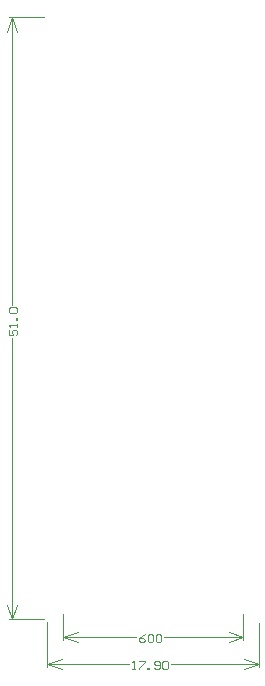
<source format=gm1>
%FSLAX44Y44*%
%MOMM*%
G71*
G01*
G75*
G04 Layer_Color=16711935*
G04:AMPARAMS|DCode=10|XSize=0.6mm|YSize=0.5mm|CornerRadius=0.05mm|HoleSize=0mm|Usage=FLASHONLY|Rotation=90.000|XOffset=0mm|YOffset=0mm|HoleType=Round|Shape=RoundedRectangle|*
%AMROUNDEDRECTD10*
21,1,0.6000,0.4000,0,0,90.0*
21,1,0.5000,0.5000,0,0,90.0*
1,1,0.1000,0.2000,0.2500*
1,1,0.1000,0.2000,-0.2500*
1,1,0.1000,-0.2000,-0.2500*
1,1,0.1000,-0.2000,0.2500*
%
%ADD10ROUNDEDRECTD10*%
G04:AMPARAMS|DCode=11|XSize=0.4mm|YSize=0.37mm|CornerRadius=0.037mm|HoleSize=0mm|Usage=FLASHONLY|Rotation=90.000|XOffset=0mm|YOffset=0mm|HoleType=Round|Shape=RoundedRectangle|*
%AMROUNDEDRECTD11*
21,1,0.4000,0.2960,0,0,90.0*
21,1,0.3260,0.3700,0,0,90.0*
1,1,0.0740,0.1480,0.1630*
1,1,0.0740,0.1480,-0.1630*
1,1,0.0740,-0.1480,-0.1630*
1,1,0.0740,-0.1480,0.1630*
%
%ADD11ROUNDEDRECTD11*%
G04:AMPARAMS|DCode=12|XSize=0.4mm|YSize=0.37mm|CornerRadius=0.037mm|HoleSize=0mm|Usage=FLASHONLY|Rotation=180.000|XOffset=0mm|YOffset=0mm|HoleType=Round|Shape=RoundedRectangle|*
%AMROUNDEDRECTD12*
21,1,0.4000,0.2960,0,0,180.0*
21,1,0.3260,0.3700,0,0,180.0*
1,1,0.0740,-0.1630,0.1480*
1,1,0.0740,0.1630,0.1480*
1,1,0.0740,0.1630,-0.1480*
1,1,0.0740,-0.1630,-0.1480*
%
%ADD12ROUNDEDRECTD12*%
G04:AMPARAMS|DCode=13|XSize=0.76mm|YSize=0.27mm|CornerRadius=0.027mm|HoleSize=0mm|Usage=FLASHONLY|Rotation=90.000|XOffset=0mm|YOffset=0mm|HoleType=Round|Shape=RoundedRectangle|*
%AMROUNDEDRECTD13*
21,1,0.7600,0.2160,0,0,90.0*
21,1,0.7060,0.2700,0,0,90.0*
1,1,0.0540,0.1080,0.3530*
1,1,0.0540,0.1080,-0.3530*
1,1,0.0540,-0.1080,-0.3530*
1,1,0.0540,-0.1080,0.3530*
%
%ADD13ROUNDEDRECTD13*%
G04:AMPARAMS|DCode=14|XSize=0.76mm|YSize=0.27mm|CornerRadius=0.027mm|HoleSize=0mm|Usage=FLASHONLY|Rotation=180.000|XOffset=0mm|YOffset=0mm|HoleType=Round|Shape=RoundedRectangle|*
%AMROUNDEDRECTD14*
21,1,0.7600,0.2160,0,0,180.0*
21,1,0.7060,0.2700,0,0,180.0*
1,1,0.0540,-0.3530,0.1080*
1,1,0.0540,0.3530,0.1080*
1,1,0.0540,0.3530,-0.1080*
1,1,0.0540,-0.3530,-0.1080*
%
%ADD14ROUNDEDRECTD14*%
G04:AMPARAMS|DCode=15|XSize=3.79mm|YSize=1.2mm|CornerRadius=0.3mm|HoleSize=0mm|Usage=FLASHONLY|Rotation=270.000|XOffset=0mm|YOffset=0mm|HoleType=Round|Shape=RoundedRectangle|*
%AMROUNDEDRECTD15*
21,1,3.7900,0.6000,0,0,270.0*
21,1,3.1900,1.2000,0,0,270.0*
1,1,0.6000,-0.3000,-1.5950*
1,1,0.6000,-0.3000,1.5950*
1,1,0.6000,0.3000,1.5950*
1,1,0.6000,0.3000,-1.5950*
%
%ADD15ROUNDEDRECTD15*%
G04:AMPARAMS|DCode=16|XSize=0.6mm|YSize=1.25mm|CornerRadius=0.15mm|HoleSize=0mm|Usage=FLASHONLY|Rotation=0.000|XOffset=0mm|YOffset=0mm|HoleType=Round|Shape=RoundedRectangle|*
%AMROUNDEDRECTD16*
21,1,0.6000,0.9500,0,0,0.0*
21,1,0.3000,1.2500,0,0,0.0*
1,1,0.3000,0.1500,-0.4750*
1,1,0.3000,-0.1500,-0.4750*
1,1,0.3000,-0.1500,0.4750*
1,1,0.3000,0.1500,0.4750*
%
%ADD16ROUNDEDRECTD16*%
G04:AMPARAMS|DCode=17|XSize=1.45mm|YSize=1.4mm|CornerRadius=0.35mm|HoleSize=0mm|Usage=FLASHONLY|Rotation=0.000|XOffset=0mm|YOffset=0mm|HoleType=Round|Shape=RoundedRectangle|*
%AMROUNDEDRECTD17*
21,1,1.4500,0.7000,0,0,0.0*
21,1,0.7500,1.4000,0,0,0.0*
1,1,0.7000,0.3750,-0.3500*
1,1,0.7000,-0.3750,-0.3500*
1,1,0.7000,-0.3750,0.3500*
1,1,0.7000,0.3750,0.3500*
%
%ADD17ROUNDEDRECTD17*%
G04:AMPARAMS|DCode=18|XSize=1mm|YSize=0.6mm|CornerRadius=0.15mm|HoleSize=0mm|Usage=FLASHONLY|Rotation=180.000|XOffset=0mm|YOffset=0mm|HoleType=Round|Shape=RoundedRectangle|*
%AMROUNDEDRECTD18*
21,1,1.0000,0.3000,0,0,180.0*
21,1,0.7000,0.6000,0,0,180.0*
1,1,0.3000,-0.3500,0.1500*
1,1,0.3000,0.3500,0.1500*
1,1,0.3000,0.3500,-0.1500*
1,1,0.3000,-0.3500,-0.1500*
%
%ADD18ROUNDEDRECTD18*%
G04:AMPARAMS|DCode=19|XSize=0.95mm|YSize=0.85mm|CornerRadius=0.2125mm|HoleSize=0mm|Usage=FLASHONLY|Rotation=180.000|XOffset=0mm|YOffset=0mm|HoleType=Round|Shape=RoundedRectangle|*
%AMROUNDEDRECTD19*
21,1,0.9500,0.4250,0,0,180.0*
21,1,0.5250,0.8500,0,0,180.0*
1,1,0.4250,-0.2625,0.2125*
1,1,0.4250,0.2625,0.2125*
1,1,0.4250,0.2625,-0.2125*
1,1,0.4250,-0.2625,-0.2125*
%
%ADD19ROUNDEDRECTD19*%
%ADD20O,0.8000X1.4700*%
G04:AMPARAMS|DCode=21|XSize=0.6mm|YSize=0.5mm|CornerRadius=0.05mm|HoleSize=0mm|Usage=FLASHONLY|Rotation=180.000|XOffset=0mm|YOffset=0mm|HoleType=Round|Shape=RoundedRectangle|*
%AMROUNDEDRECTD21*
21,1,0.6000,0.4000,0,0,180.0*
21,1,0.5000,0.5000,0,0,180.0*
1,1,0.1000,-0.2500,0.2000*
1,1,0.1000,0.2500,0.2000*
1,1,0.1000,0.2500,-0.2000*
1,1,0.1000,-0.2500,-0.2000*
%
%ADD21ROUNDEDRECTD21*%
G04:AMPARAMS|DCode=22|XSize=0.8mm|YSize=0.8mm|CornerRadius=0.12mm|HoleSize=0mm|Usage=FLASHONLY|Rotation=270.000|XOffset=0mm|YOffset=0mm|HoleType=Round|Shape=RoundedRectangle|*
%AMROUNDEDRECTD22*
21,1,0.8000,0.5600,0,0,270.0*
21,1,0.5600,0.8000,0,0,270.0*
1,1,0.2400,-0.2800,-0.2800*
1,1,0.2400,-0.2800,0.2800*
1,1,0.2400,0.2800,0.2800*
1,1,0.2400,0.2800,-0.2800*
%
%ADD22ROUNDEDRECTD22*%
%ADD23O,1.4000X0.6000*%
%ADD24C,0.3500*%
%ADD25R,0.5400X0.7400*%
G04:AMPARAMS|DCode=26|XSize=0.8mm|YSize=0.8mm|CornerRadius=0.12mm|HoleSize=0mm|Usage=FLASHONLY|Rotation=0.000|XOffset=0mm|YOffset=0mm|HoleType=Round|Shape=RoundedRectangle|*
%AMROUNDEDRECTD26*
21,1,0.8000,0.5600,0,0,0.0*
21,1,0.5600,0.8000,0,0,0.0*
1,1,0.2400,0.2800,-0.2800*
1,1,0.2400,-0.2800,-0.2800*
1,1,0.2400,-0.2800,0.2800*
1,1,0.2400,0.2800,0.2800*
%
%ADD26ROUNDEDRECTD26*%
%ADD27R,0.7400X0.5400*%
%ADD28C,0.1000*%
%ADD29C,0.0750*%
%ADD30C,0.1500*%
%ADD31C,0.0751*%
%ADD32C,0.3000*%
%ADD33C,1.5000*%
%ADD34R,1.5000X1.5000*%
%ADD35R,1.5000X1.5000*%
G04:AMPARAMS|DCode=36|XSize=1.38mm|YSize=1.05mm|CornerRadius=0.105mm|HoleSize=0mm|Usage=FLASHONLY|Rotation=270.000|XOffset=0mm|YOffset=0mm|HoleType=Round|Shape=RoundedRectangle|*
%AMROUNDEDRECTD36*
21,1,1.3800,0.8400,0,0,270.0*
21,1,1.1700,1.0500,0,0,270.0*
1,1,0.2100,-0.4200,-0.5850*
1,1,0.2100,-0.4200,0.5850*
1,1,0.2100,0.4200,0.5850*
1,1,0.2100,0.4200,-0.5850*
%
%ADD36ROUNDEDRECTD36*%
%ADD37O,1.6000X0.6000*%
G04:AMPARAMS|DCode=38|XSize=0.9mm|YSize=0.8mm|CornerRadius=0.08mm|HoleSize=0mm|Usage=FLASHONLY|Rotation=180.000|XOffset=0mm|YOffset=0mm|HoleType=Round|Shape=RoundedRectangle|*
%AMROUNDEDRECTD38*
21,1,0.9000,0.6400,0,0,180.0*
21,1,0.7400,0.8000,0,0,180.0*
1,1,0.1600,-0.3700,0.3200*
1,1,0.1600,0.3700,0.3200*
1,1,0.1600,0.3700,-0.3200*
1,1,0.1600,-0.3700,-0.3200*
%
%ADD38ROUNDEDRECTD38*%
%ADD39R,0.9000X2.2500*%
G04:AMPARAMS|DCode=40|XSize=0.3mm|YSize=0.6mm|CornerRadius=0.0495mm|HoleSize=0mm|Usage=FLASHONLY|Rotation=0.000|XOffset=0mm|YOffset=0mm|HoleType=Round|Shape=RoundedRectangle|*
%AMROUNDEDRECTD40*
21,1,0.3000,0.5010,0,0,0.0*
21,1,0.2010,0.6000,0,0,0.0*
1,1,0.0990,0.1005,-0.2505*
1,1,0.0990,-0.1005,-0.2505*
1,1,0.0990,-0.1005,0.2505*
1,1,0.0990,0.1005,0.2505*
%
%ADD40ROUNDEDRECTD40*%
G04:AMPARAMS|DCode=41|XSize=0.3mm|YSize=0.6mm|CornerRadius=0.0495mm|HoleSize=0mm|Usage=FLASHONLY|Rotation=270.000|XOffset=0mm|YOffset=0mm|HoleType=Round|Shape=RoundedRectangle|*
%AMROUNDEDRECTD41*
21,1,0.3000,0.5010,0,0,270.0*
21,1,0.2010,0.6000,0,0,270.0*
1,1,0.0990,-0.2505,-0.1005*
1,1,0.0990,-0.2505,0.1005*
1,1,0.0990,0.2505,0.1005*
1,1,0.0990,0.2505,-0.1005*
%
%ADD41ROUNDEDRECTD41*%
G04:AMPARAMS|DCode=42|XSize=1.38mm|YSize=1.05mm|CornerRadius=0.105mm|HoleSize=0mm|Usage=FLASHONLY|Rotation=0.000|XOffset=0mm|YOffset=0mm|HoleType=Round|Shape=RoundedRectangle|*
%AMROUNDEDRECTD42*
21,1,1.3800,0.8400,0,0,0.0*
21,1,1.1700,1.0500,0,0,0.0*
1,1,0.2100,0.5850,-0.4200*
1,1,0.2100,-0.5850,-0.4200*
1,1,0.2100,-0.5850,0.4200*
1,1,0.2100,0.5850,0.4200*
%
%ADD42ROUNDEDRECTD42*%
%ADD43C,0.8000*%
%ADD44C,0.2000*%
%ADD45C,0.1500*%
D28*
X-32540Y0D02*
X-2540D01*
X-32540Y510000D02*
X-2590D01*
X-30000Y0D02*
Y238337D01*
Y266663D02*
Y510000D01*
Y0D02*
X-25833Y12500D01*
X-34167D02*
X-30000Y0D01*
X-34167Y497500D02*
X-30000Y510000D01*
X-25833Y497500D01*
X179000Y-40040D02*
Y-2590D01*
X0Y-40040D02*
Y-2540D01*
X104662Y-37500D02*
X179000D01*
X0D02*
X69338D01*
X166500Y-33333D02*
X179000Y-37500D01*
X166500Y-41667D02*
X179000Y-37500D01*
X0D02*
X12500Y-41667D01*
X0Y-37500D02*
X12500Y-33333D01*
X166000Y-17540D02*
Y4660D01*
X13500Y-17540D02*
Y4660D01*
X99080Y-15000D02*
X166000D01*
X13500D02*
X75420D01*
X153500Y-10833D02*
X166000Y-15000D01*
X153500Y-19167D02*
X166000Y-15000D01*
X13500D02*
X26000Y-19167D01*
X13500Y-15000D02*
X26000Y-10833D01*
X-32499Y245502D02*
Y240837D01*
X-29000D01*
X-30166Y243170D01*
Y244336D01*
X-29000Y245502D01*
X-26667D01*
X-25501Y244336D01*
Y242003D01*
X-26667Y240837D01*
X-25501Y247835D02*
Y250167D01*
Y249001D01*
X-32499D01*
X-31333Y247835D01*
X-25501Y253666D02*
X-26667D01*
Y254832D01*
X-25501D01*
Y253666D01*
X-31333Y259498D02*
X-32499Y260664D01*
Y262997D01*
X-31333Y264163D01*
X-26667D01*
X-25501Y262997D01*
Y260664D01*
X-26667Y259498D01*
X-31333D01*
X71838Y-41999D02*
X74171D01*
X73004D01*
Y-35001D01*
X71838Y-36168D01*
X77670Y-35001D02*
X82335D01*
Y-36168D01*
X77670Y-40833D01*
Y-41999D01*
X84667D02*
Y-40833D01*
X85834D01*
Y-41999D01*
X84667D01*
X90499Y-40833D02*
X91665Y-41999D01*
X93998D01*
X95164Y-40833D01*
Y-36168D01*
X93998Y-35001D01*
X91665D01*
X90499Y-36168D01*
Y-37334D01*
X91665Y-38500D01*
X95164D01*
X97497Y-36168D02*
X98663Y-35001D01*
X100996D01*
X102162Y-36168D01*
Y-40833D01*
X100996Y-41999D01*
X98663D01*
X97497Y-40833D01*
Y-36168D01*
X82585Y-12501D02*
X80252Y-13668D01*
X77920Y-16000D01*
Y-18333D01*
X79086Y-19499D01*
X81418D01*
X82585Y-18333D01*
Y-17166D01*
X81418Y-16000D01*
X77920D01*
X84917Y-13668D02*
X86084Y-12501D01*
X88416D01*
X89582Y-13668D01*
Y-18333D01*
X88416Y-19499D01*
X86084D01*
X84917Y-18333D01*
Y-13668D01*
X91915D02*
X93081Y-12501D01*
X95414D01*
X96580Y-13668D01*
Y-18333D01*
X95414Y-19499D01*
X93081D01*
X91915Y-18333D01*
Y-13668D01*
X-32540Y0D02*
X-2540D01*
X-32540Y510000D02*
X-2590D01*
X-30000Y0D02*
Y238337D01*
Y266663D02*
Y510000D01*
Y0D02*
X-25833Y12500D01*
X-34167D02*
X-30000Y0D01*
X-34167Y497500D02*
X-30000Y510000D01*
X-25833Y497500D01*
X179000Y-40040D02*
Y-2590D01*
X0Y-40040D02*
Y-2540D01*
X104662Y-37500D02*
X179000D01*
X0D02*
X69338D01*
X166500Y-33333D02*
X179000Y-37500D01*
X166500Y-41667D02*
X179000Y-37500D01*
X0D02*
X12500Y-41667D01*
X0Y-37500D02*
X12500Y-33333D01*
X166000Y-17540D02*
Y4660D01*
X13500Y-17540D02*
Y4660D01*
X99080Y-15000D02*
X166000D01*
X13500D02*
X75420D01*
X153500Y-10833D02*
X166000Y-15000D01*
X153500Y-19167D02*
X166000Y-15000D01*
X13500D02*
X26000Y-19167D01*
X13500Y-15000D02*
X26000Y-10833D01*
X-32499Y245502D02*
Y240837D01*
X-29000D01*
X-30166Y243170D01*
Y244336D01*
X-29000Y245502D01*
X-26667D01*
X-25501Y244336D01*
Y242003D01*
X-26667Y240837D01*
X-25501Y247835D02*
Y250167D01*
Y249001D01*
X-32499D01*
X-31333Y247835D01*
X-25501Y253666D02*
X-26667D01*
Y254832D01*
X-25501D01*
Y253666D01*
X-31333Y259498D02*
X-32499Y260664D01*
Y262997D01*
X-31333Y264163D01*
X-26667D01*
X-25501Y262997D01*
Y260664D01*
X-26667Y259498D01*
X-31333D01*
X71838Y-41999D02*
X74171D01*
X73004D01*
Y-35001D01*
X71838Y-36168D01*
X77670Y-35001D02*
X82335D01*
Y-36168D01*
X77670Y-40833D01*
Y-41999D01*
X84667D02*
Y-40833D01*
X85834D01*
Y-41999D01*
X84667D01*
X90499Y-40833D02*
X91665Y-41999D01*
X93998D01*
X95164Y-40833D01*
Y-36168D01*
X93998Y-35001D01*
X91665D01*
X90499Y-36168D01*
Y-37334D01*
X91665Y-38500D01*
X95164D01*
X97497Y-36168D02*
X98663Y-35001D01*
X100996D01*
X102162Y-36168D01*
Y-40833D01*
X100996Y-41999D01*
X98663D01*
X97497Y-40833D01*
Y-36168D01*
X82585Y-12501D02*
X80252Y-13668D01*
X77920Y-16000D01*
Y-18333D01*
X79086Y-19499D01*
X81418D01*
X82585Y-18333D01*
Y-17166D01*
X81418Y-16000D01*
X77920D01*
X84917Y-13668D02*
X86084Y-12501D01*
X88416D01*
X89582Y-13668D01*
Y-18333D01*
X88416Y-19499D01*
X86084D01*
X84917Y-18333D01*
Y-13668D01*
X91915D02*
X93081Y-12501D01*
X95414D01*
X96580Y-13668D01*
Y-18333D01*
X95414Y-19499D01*
X93081D01*
X91915Y-18333D01*
Y-13668D01*
M02*

</source>
